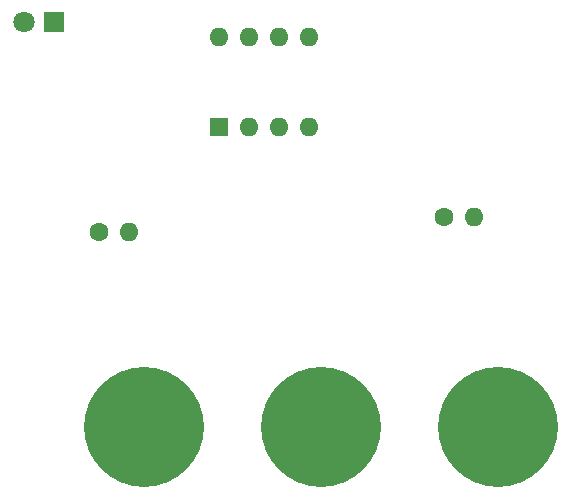
<source format=gbr>
%TF.GenerationSoftware,KiCad,Pcbnew,5.1.6-c6e7f7d~87~ubuntu18.04.1*%
%TF.CreationDate,2020-08-19T22:56:15-04:00*%
%TF.ProjectId,tutorial1,7475746f-7269-4616-9c31-2e6b69636164,rev?*%
%TF.SameCoordinates,Original*%
%TF.FileFunction,Copper,L3,Inr*%
%TF.FilePolarity,Positive*%
%FSLAX46Y46*%
G04 Gerber Fmt 4.6, Leading zero omitted, Abs format (unit mm)*
G04 Created by KiCad (PCBNEW 5.1.6-c6e7f7d~87~ubuntu18.04.1) date 2020-08-19 22:56:15*
%MOMM*%
%LPD*%
G01*
G04 APERTURE LIST*
%TA.AperFunction,ViaPad*%
%ADD10O,1.600000X1.600000*%
%TD*%
%TA.AperFunction,ViaPad*%
%ADD11R,1.600000X1.600000*%
%TD*%
%TA.AperFunction,ViaPad*%
%ADD12C,1.600000*%
%TD*%
%TA.AperFunction,ViaPad*%
%ADD13C,10.160000*%
%TD*%
%TA.AperFunction,ViaPad*%
%ADD14C,1.800000*%
%TD*%
%TA.AperFunction,ViaPad*%
%ADD15R,1.800000X1.800000*%
%TD*%
G04 APERTURE END LIST*
D10*
%TO.N,GND*%
%TO.C,U1*%
X109220000Y-73660000D03*
%TO.N,Net-(U1-Pad4)*%
X116840000Y-81280000D03*
%TO.N,Net-(D1-Pad1)*%
X111760000Y-73660000D03*
%TO.N,Net-(U1-Pad3)*%
X114300000Y-81280000D03*
%TO.N,/INPUT*%
X114300000Y-73660000D03*
%TO.N,Net-(U1-Pad2)*%
X111760000Y-81280000D03*
%TO.N,Net-(U1-Pad5)*%
X116840000Y-73660000D03*
D11*
%TO.N,VCC*%
X109220000Y-81280000D03*
%TD*%
D10*
%TO.N,Net-(J1-Pad2)*%
%TO.C,R2*%
X130810000Y-88900000D03*
D12*
%TO.N,/INPUT*%
X128270000Y-88900000D03*
%TD*%
D10*
%TO.N,VCC*%
%TO.C,R1*%
X101600000Y-90170000D03*
D12*
%TO.N,Net-(D1-Pad2)*%
X99060000Y-90170000D03*
%TD*%
D13*
%TO.N,Net-(J1-Pad2)*%
%TO.C,J1*%
X117860000Y-106680000D03*
%TO.N,GND*%
X132840000Y-106680000D03*
%TO.N,VCC*%
X102870000Y-106680000D03*
%TD*%
D14*
%TO.N,Net-(D1-Pad2)*%
%TO.C,D1*%
X92710000Y-72390000D03*
D15*
%TO.N,Net-(D1-Pad1)*%
X95250000Y-72390000D03*
%TD*%
M02*

</source>
